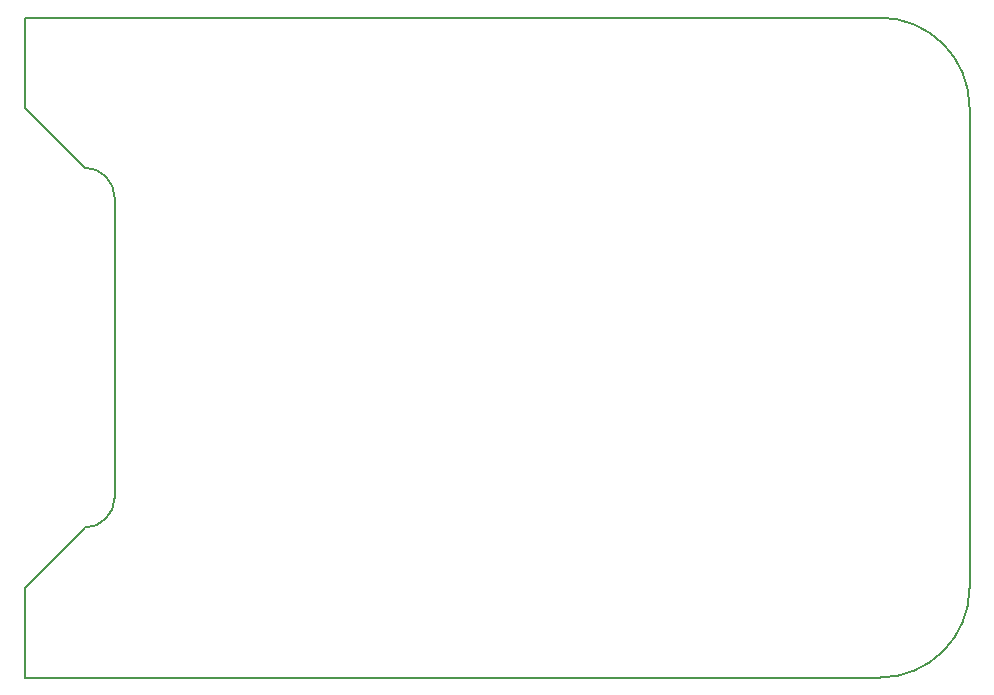
<source format=gm1>
G04 #@! TF.GenerationSoftware,KiCad,Pcbnew,(5.1.0)-1*
G04 #@! TF.CreationDate,2019-05-27T21:22:36+02:00*
G04 #@! TF.ProjectId,TFT-Interface,5446542d-496e-4746-9572-666163652e6b,rev?*
G04 #@! TF.SameCoordinates,Original*
G04 #@! TF.FileFunction,Profile,NP*
%FSLAX46Y46*%
G04 Gerber Fmt 4.6, Leading zero omitted, Abs format (unit mm)*
G04 Created by KiCad (PCBNEW (5.1.0)-1) date 2019-05-27 21:22:36*
%MOMM*%
%LPD*%
G04 APERTURE LIST*
%ADD10C,0.150000*%
G04 APERTURE END LIST*
D10*
X125330000Y-104300000D02*
G75*
G02X122790000Y-106840000I-2540000J0D01*
G01*
X122790000Y-76360000D02*
G75*
G02X125330000Y-78900000I0J-2540000D01*
G01*
X190100000Y-63660000D02*
G75*
G02X197720000Y-71280000I0J-7620000D01*
G01*
X197720000Y-111920000D02*
G75*
G02X190100000Y-119540000I-7620000J0D01*
G01*
X190100000Y-119540000D02*
X117710000Y-119540000D01*
X197720000Y-71280000D02*
X197720000Y-111920000D01*
X117710000Y-63660000D02*
X190100000Y-63660000D01*
X125330000Y-104300000D02*
X125330000Y-78900000D01*
X117710000Y-111920000D02*
X122790000Y-106840000D01*
X117710000Y-119540000D02*
X117710000Y-111920000D01*
X117710000Y-71280000D02*
X122790000Y-76360000D01*
X117710000Y-63660000D02*
X117710000Y-71280000D01*
M02*

</source>
